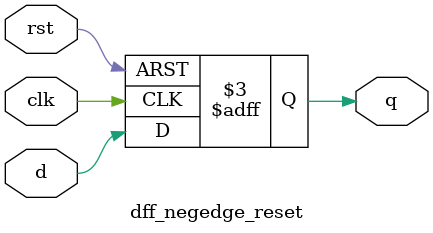
<source format=v>
module dff_negedge_reset (
    input wire clk,   
    input wire rst,   
    input wire d,    
    output reg q      
);

always @(negedge clk or negedge rst) begin
    if (!rst)
        q <= 0;
    else
        q <= d;
end

endmodule

</source>
